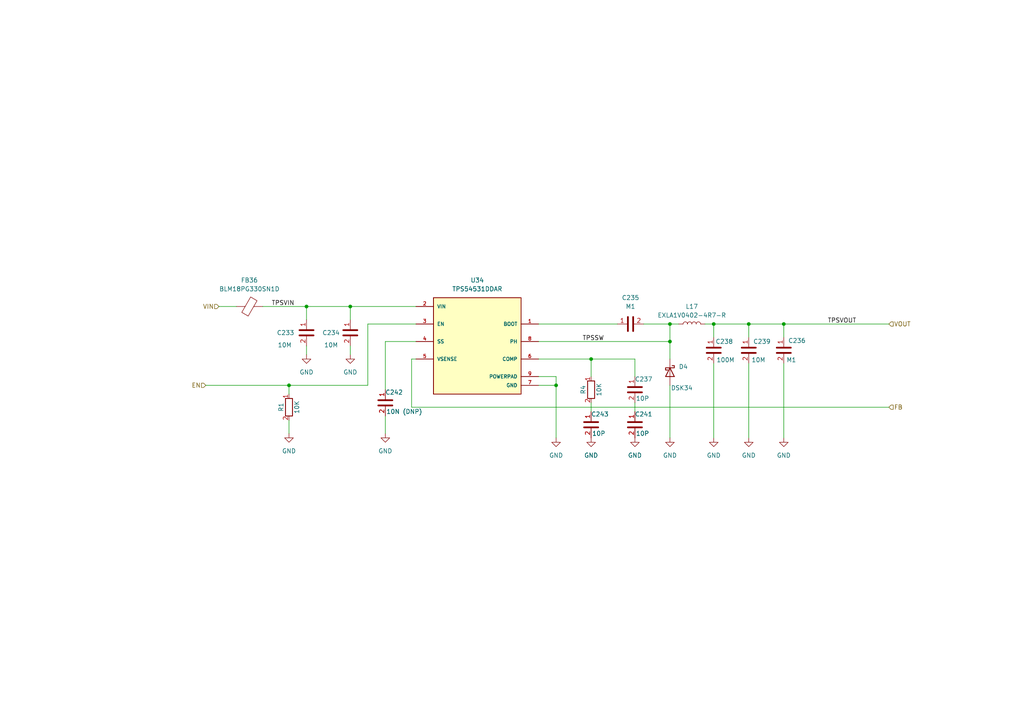
<source format=kicad_sch>
(kicad_sch (version 20250114) (generator "eeschema") (generator_version "9.0")
  (paper "A4")
  (title_block (title "TRNX SDR Carrier board") (date "2025-11-18") (rev "0.1") (company "Tronex s.r.o. / Tronex Group USA LLC"))
  (lib_symbols
    (symbol "Device:FerriteBead" (pin_numbers (hide yes)) (pin_names (offset 0))
      (property "Reference" "FB" (at -3.81 0.635 90))
      (property "Value" "FerriteBead" (at 3.81 0 90))
      (symbol "FerriteBead_0_1"
        (polyline (pts (xy -2.7686 0.4064) (xy -1.7018 2.2606) (xy 2.7686 -0.3048) (xy 1.6764 -2.159) (xy -2.7686 0.4064)))
        (polyline (pts (xy 0 1.27) (xy 0 1.2954)))
        (polyline (pts (xy 0 -1.27) (xy 0 -1.2192)))
      )
      (symbol "FerriteBead_1_1"
        (pin passive line (at 0 3.81 270) (length 2.54) (name "~") (number "1"))
        (pin passive line (at 0 -3.81 90) (length 2.54) (name "~") (number "2"))
      )
    )
    (symbol "Diode:CDBA340-HF" (pin_numbers (hide yes)) (pin_names (hide yes))
      (property "Reference" "D" (at 0 2.54 0))
      (property "Value" "CDBA340-HF" (at 0 -2.54 0))
      (symbol "CDBA340-HF_0_1"
        (polyline (pts (xy -1.905 0.635) (xy -1.905 1.27) (xy -1.27 1.27) (xy -1.27 -1.27) (xy -0.635 -1.27) (xy -0.635 -0.635)) (stroke (width 0.254)))
        (polyline (pts (xy 1.27 1.27) (xy 1.27 -1.27) (xy -1.27 0) (xy 1.27 1.27)) (stroke (width 0.254)))
        (polyline (pts (xy 1.27 0) (xy -1.27 0)))
      )
      (symbol "CDBA340-HF_1_1"
        (pin passive line (at -3.81 0 0) (length 2.54) (name "K") (number "1"))
        (pin passive line (at 3.81 0 180) (length 2.54) (name "A") (number "2"))
      )
    )
    (symbol "PPA-Pasive:Cap" (pin_names (offset 1.016))
      (property "Reference" "C" (at -5.08 0 0))
      (property "Value" "Cap" (at 5.08 -2.54 0))
      (symbol "Cap_1_1"
        (polyline (pts (xy -2.032 0.762) (xy 2.032 0.762)) (stroke (width 0.508)))
        (polyline (pts (xy -2.032 -0.762) (xy 2.032 -0.762)) (stroke (width 0.508)))
        (pin passive line (at 0 3.81 270) (length 2.794) (name "~") (number "1"))
        (pin passive line (at 0 -3.81 90) (length 2.794) (name "~") (number "2"))
      )
    )
    (symbol "PPA-Pasive:Ind" (pin_numbers (hide yes)) (pin_names (offset 1.016) (hide yes))
      (property "Reference" "L" (at 2.54 1.27 0))
      (property "Value" "Ind" (at 3.81 -1.27 0))
      (symbol "Ind_1_1"
        (arc (start 0 2.54) (mid 0.6323 1.905) (end 0 1.27))
        (arc (start 0 1.27) (mid 0.6323 0.635) (end 0 0))
        (arc (start 0 0) (mid 0.6323 -0.635) (end 0 -1.27))
        (arc (start 0 -1.27) (mid 0.6323 -1.905) (end 0 -2.54))
        (pin passive line (at 0 3.81 270) (length 1.27) (name "1") (number "1"))
        (pin passive line (at 0 -3.81 90) (length 1.27) (name "2") (number "2"))
      )
    )
    (symbol "PPA-Pasive:Res" (pin_names (offset 1.016))
      (property "Reference" "R" (at -2.54 2.54 0))
      (property "Value" "Res" (at -1.27 -2.54 0))
      (symbol "Res_1_1"
        (rectangle (start 2.54 -1.016) (end -2.54 1.016) (stroke (width 0.254)))
        (pin passive line (at -3.81 0 0) (length 1.27) (name "~") (number "1"))
        (pin passive line (at 3.81 0 180) (length 1.27) (name "~") (number "2"))
      )
    )
    (symbol "TPS54531DDAR:TPS54531DDAR" (pin_names (offset 1.016))
      (property "Reference" "U" (at -12.7 16.51 0))
      (property "Value" "TPS54531DDAR" (at -12.7 -13.97 0))
      (symbol "TPS54531DDAR_0_0"
        (rectangle (start -12.7 -12.7) (end 12.7 15.24) (stroke (width 0.254)) (fill (type background)))
        (pin power_in line (at -17.78 12.7 0) (length 5.08) (name "VIN") (number "2"))
        (pin input line (at -17.78 7.62 0) (length 5.08) (name "EN") (number "3"))
        (pin input line (at -17.78 2.54 0) (length 5.08) (name "SS") (number "4"))
        (pin input line (at -17.78 -2.54 0) (length 5.08) (name "VSENSE") (number "5"))
        (pin output line (at 17.78 7.62 180) (length 5.08) (name "BOOT") (number "1"))
        (pin output line (at 17.78 2.54 180) (length 5.08) (name "PH") (number "8"))
        (pin output line (at 17.78 -2.54 180) (length 5.08) (name "COMP") (number "6"))
        (pin power_in line (at 17.78 -7.62 180) (length 5.08) (name "POWERPAD") (number "9"))
        (pin power_in line (at 17.78 -10.16 180) (length 5.08) (name "GND") (number "7"))
      )
    )
    (symbol "power:GND" (power) (pin_names (offset 0))
      (property "Value" "GND" (at 0 -3.81 0))
      (symbol "GND_0_1"
        (polyline (pts (xy 0 0) (xy 0 -1.27) (xy 1.27 -1.27) (xy 0 -2.54) (xy -1.27 -1.27) (xy 0 -1.27)))
      )
      (symbol "GND_1_1"
        (pin power_in line (at 0 0 270) (length 0) (hide yes) (name "GND") (number "1"))
      )
    )
  )
  (junction (at 101.6 88.9))
  (junction (at 83.82 111.76))
  (junction (at 88.9 88.9))
  (junction (at 227.33 93.98))
  (junction (at 194.31 99.06))
  (junction (at 171.45 104.14))
  (junction (at 217.17 93.98))
  (junction (at 194.31 93.98))
  (junction (at 161.29 111.76))
  (junction (at 207.01 93.98))
  (wire (pts (xy 171.45 104.14) (xy 171.45 109.22)))
  (wire (pts (xy 207.01 105.41) (xy 207.01 127)))
  (wire (pts (xy 106.68 111.76) (xy 83.82 111.76)))
  (wire (pts (xy 161.29 109.22) (xy 156.21 109.22)))
  (wire (pts (xy 194.31 93.98) (xy 196.85 93.98)))
  (wire (pts (xy 111.76 99.06) (xy 120.65 99.06)))
  (wire (pts (xy 119.38 118.11) (xy 257.81 118.11)))
  (wire (pts (xy 76.2 88.9) (xy 88.9 88.9)))
  (wire (pts (xy 120.65 93.98) (xy 106.68 93.98)))
  (wire (pts (xy 186.69 93.98) (xy 194.31 93.98)))
  (wire (pts (xy 83.82 111.76) (xy 83.82 114.3)))
  (wire (pts (xy 119.38 118.11) (xy 119.38 104.14)))
  (wire (pts (xy 101.6 88.9) (xy 120.65 88.9)))
  (wire (pts (xy 63.5 88.9) (xy 68.58 88.9)))
  (wire (pts (xy 171.45 116.84) (xy 171.45 119.38)))
  (wire (pts (xy 88.9 88.9) (xy 88.9 92.71)))
  (wire (pts (xy 184.15 104.14) (xy 184.15 109.22)))
  (wire (pts (xy 227.33 127) (xy 227.33 105.41)))
  (wire (pts (xy 111.76 120.65) (xy 111.76 125.73)))
  (wire (pts (xy 194.31 111.76) (xy 194.31 127)))
  (wire (pts (xy 217.17 105.41) (xy 217.17 127)))
  (wire (pts (xy 217.17 93.98) (xy 217.17 97.79)))
  (wire (pts (xy 156.21 99.06) (xy 194.31 99.06)))
  (wire (pts (xy 156.21 93.98) (xy 179.07 93.98)))
  (wire (pts (xy 88.9 88.9) (xy 101.6 88.9)))
  (wire (pts (xy 161.29 127) (xy 161.29 111.76)))
  (wire (pts (xy 111.76 113.03) (xy 111.76 99.06)))
  (wire (pts (xy 207.01 93.98) (xy 207.01 97.79)))
  (wire (pts (xy 227.33 93.98) (xy 257.81 93.98)))
  (wire (pts (xy 83.82 121.92) (xy 83.82 125.73)))
  (wire (pts (xy 161.29 111.76) (xy 161.29 109.22)))
  (wire (pts (xy 101.6 100.33) (xy 101.6 102.87)))
  (wire (pts (xy 184.15 116.84) (xy 184.15 119.38)))
  (wire (pts (xy 156.21 111.76) (xy 161.29 111.76)))
  (wire (pts (xy 106.68 93.98) (xy 106.68 111.76)))
  (wire (pts (xy 156.21 104.14) (xy 171.45 104.14)))
  (wire (pts (xy 204.47 93.98) (xy 207.01 93.98)))
  (wire (pts (xy 227.33 93.98) (xy 227.33 97.79)))
  (wire (pts (xy 101.6 88.9) (xy 101.6 92.71)))
  (wire (pts (xy 194.31 99.06) (xy 194.31 104.14)))
  (wire (pts (xy 207.01 93.98) (xy 217.17 93.98)))
  (wire (pts (xy 88.9 100.33) (xy 88.9 102.87)))
  (wire (pts (xy 217.17 93.98) (xy 227.33 93.98)))
  (wire (pts (xy 194.31 99.06) (xy 194.31 93.98)))
  (wire (pts (xy 59.69 111.76) (xy 83.82 111.76)))
  (wire (pts (xy 119.38 104.14) (xy 120.65 104.14)))
  (wire (pts (xy 171.45 104.14) (xy 184.15 104.14)))
  (label "TPSSW" (at 168.91 99.06 0))
  (label "TPSVIN" (at 78.74 88.9 0))
  (label "TPSVOUT" (at 240.03 93.98 0))
  (hierarchical_label "EN" (shape input) (at 59.69 111.76 180))
  (hierarchical_label "VOUT" (shape input) (at 257.81 93.98 0))
  (hierarchical_label "VIN" (shape input) (at 63.5 88.9 180))
  (hierarchical_label "FB" (shape input) (at 257.81 118.11 0))
  (symbol (lib_id "PPA-Pasive:Res") (at 83.82 118.11 270) (unit 1)
    (property "Reference" "R91" (at 81.534 118.11 0))
    (property "Value" "10K" (at 86.106 118.11 0))
    (property "Footprint" "Resistor_SMD:R_0402_1005Metric" (effects (hide yes)))
    (property "Power" "250mW" (effects (hide yes)))
    (property "Tolerance" "=< 5%" (effects (hide yes)))
    (property "JLCPCB Part #" "C25744" (effects (hide yes)))
    (instances (project "TRX055.01.01.PB.00.00" (path "" (reference "R1") (unit 1)) (path "" (reference "R91") (unit 1))))
  )
  (symbol (lib_id "PPA-Pasive:Cap") (at 227.33 101.6 0) (unit 1)
    (property "Reference" "C258" (at 228.6 98.806 0) (effects (justify left)))
    (property "Value" "M1" (at 228.092 104.394 0) (effects (justify left)))
    (property "Footprint" "Capacitor_SMD:C_0201_0603Metric" (effects (hide yes)))
    (property "Description" "capacitor" (effects (hide yes)))
    (property "Voltage" "100V" (effects (hide yes)))
    (property "Material" "X7R" (effects (hide yes)))
    (property "PN" "CL03A104KP3NNNC" (effects (hide yes)))
    (property "JLC" "C49062" (effects (hide yes)))
    (property "JLCPCB Part #" "C1581" (effects (hide yes)))
    (instances (project "TRX055.01.01.PB.00.00" (path "" (reference "C236") (unit 1)) (path "" (reference "C258") (unit 1))))
  )
  (symbol (lib_id "power:GND") (at 88.9 102.87 0) (unit 1)
    (property "Reference" "#PWR0228" (effects (hide yes)))
    (property "Value" "GND" (at 88.9 107.95 0))
    (property "Description" "Power symbol creates a global label with name \"GND\" , ground" (effects (hide yes)))
    (instances (project "TRX055.01.01.PB.00.00" (path "" (reference "#PWR0341") (unit 1)) (path "" (reference "#PWR0228") (unit 1))))
  )
  (symbol (lib_id "PPA-Pasive:Cap") (at 184.15 113.03 0) (unit 1)
    (property "Reference" "C254" (at 184.15 109.982 0) (effects (justify left)))
    (property "Value" "10P" (at 184.404 115.57 0) (effects (justify left)))
    (property "Footprint" "Capacitor_SMD:C_0402_1005Metric" (effects (hide yes)))
    (property "Description" "capacitor" (effects (hide yes)))
    (property "Voltage" "100V" (effects (hide yes)))
    (property "Material" "X7R" (effects (hide yes)))
    (property "JLCPCB Part #" "C25744" (effects (hide yes)))
    (instances (project "TRX055.01.01.PB.00.00" (path "" (reference "C237") (unit 1)) (path "" (reference "C254") (unit 1))))
  )
  (symbol (lib_id "power:GND") (at 83.82 125.73 0) (unit 1)
    (property "Reference" "#PWR056" (effects (hide yes)))
    (property "Value" "GND" (at 83.82 130.81 0))
    (property "Description" "Power symbol creates a global label with name \"GND\" , ground" (effects (hide yes)))
    (instances (project "TRX055.01.01.PB.00.00" (path "" (reference "#PWR0227") (unit 1)) (path "" (reference "#PWR056") (unit 1))))
  )
  (symbol (lib_id "power:GND") (at 101.6 102.87 0) (unit 1)
    (property "Reference" "#PWR0363" (effects (hide yes)))
    (property "Value" "GND" (at 101.6 107.95 0))
    (property "Description" "Power symbol creates a global label with name \"GND\" , ground" (effects (hide yes)))
    (instances (project "TRX055.01.01.PB.00.00" (path "" (reference "#PWR0364") (unit 1)) (path "" (reference "#PWR0363") (unit 1))))
  )
  (symbol (lib_id "power:GND") (at 217.17 127 0) (unit 1)
    (property "Reference" "#PWR0370" (effects (hide yes)))
    (property "Value" "GND" (at 217.17 132.08 0))
    (property "Description" "Power symbol creates a global label with name \"GND\" , ground" (effects (hide yes)))
    (instances (project "TRX055.01.01.PB.00.00" (path "" (reference "#PWR0371") (unit 1)) (path "" (reference "#PWR0370") (unit 1))))
  )
  (symbol (lib_id "PPA-Pasive:Cap") (at 171.45 123.19 0) (unit 1)
    (property "Reference" "C252" (at 171.45 120.142 0) (effects (justify left)))
    (property "Value" "10P" (at 171.704 125.73 0) (effects (justify left)))
    (property "Footprint" "Capacitor_SMD:C_0402_1005Metric" (effects (hide yes)))
    (property "Description" "capacitor" (effects (hide yes)))
    (property "Voltage" "100V" (effects (hide yes)))
    (property "Material" "X7R" (effects (hide yes)))
    (property "JLCPCB Part #" "C25744" (effects (hide yes)))
    (instances (project "TRX055.01.01.PB.00.00" (path "" (reference "C243") (unit 1)) (path "" (reference "C252") (unit 1))))
  )
  (symbol (lib_id "power:GND") (at 184.15 127 0) (unit 1)
    (property "Reference" "#PWR0354" (effects (hide yes)))
    (property "Value" "GND" (at 184.15 132.08 0))
    (property "Description" "Power symbol creates a global label with name \"GND\" , ground" (effects (hide yes)))
    (instances (project "TRX055.01.01.PB.00.00" (path "" (reference "#PWR0365") (unit 1)) (path "" (reference "#PWR0354") (unit 1))))
  )
  (symbol (lib_id "TPS54531DDAR:TPS54531DDAR") (at 138.43 101.6 0) (unit 1)
    (property "Reference" "U7" (at 138.43 81.28 0))
    (property "Value" "TPS54531DDAR" (at 138.43 83.82 0))
    (property "Footprint" "TPS54531DDAR:CONV_TPS54531DDAR" (effects (hide yes)))
    (property "MF" "Texas Instruments" (effects (hide yes)))
    (property "MAXIMUM_PACKAGE_HEIGHT" "1.70 mm" (effects (hide yes)))
    (property "Package" "HSOIC-8 Texas Instruments" (effects (hide yes)))
    (property "Price" "None" (effects (hide yes)))
    (property "Check_prices" "https://www.snapeda.com/parts/TPS54531DDAR/Texas+Instruments/view-part/?ref=eda" (effects (hide yes)))
    (property "STANDARD" "Manufacturer Recommendations" (effects (hide yes)))
    (property "PARTREV" "A" (effects (hide yes)))
    (property "SnapEDA_Link" "https://www.snapeda.com/parts/TPS54531DDAR/Texas+Instruments/view-part/?ref=snap" (effects (hide yes)))
    (property "MP" "TPS54531DDAR" (effects (hide yes)))
    (property "Description_1" "3.5V to 28V Input, 5A, 570kHz Step-Down Converter with Eco-mode" (effects (hide yes)))
    (property "Availability" "In Stock" (effects (hide yes)))
    (property "MANUFACTURER" "Texas Instruments" (effects (hide yes)))
    (property "JLCPCB Part #" "C50605" (effects (hide yes)))
    (instances (project "" (path "" (reference "U34") (unit 1)) (path "" (reference "U7") (unit 1))))
  )
  (symbol (lib_id "power:GND") (at 227.33 127 0) (unit 1)
    (property "Reference" "#PWR0374" (effects (hide yes)))
    (property "Value" "GND" (at 227.33 132.08 0))
    (property "Description" "Power symbol creates a global label with name \"GND\" , ground" (effects (hide yes)))
    (instances (project "TRX055.01.01.PB.00.00" (path "" (reference "#PWR0375") (unit 1)) (path "" (reference "#PWR0374") (unit 1))))
  )
  (symbol (lib_id "power:GND") (at 171.45 127 0) (unit 1)
    (property "Reference" "#PWR0352" (effects (hide yes)))
    (property "Value" "GND" (at 171.45 132.08 0))
    (property "Description" "Power symbol creates a global label with name \"GND\" , ground" (effects (hide yes)))
    (instances (project "TRX055.01.01.PB.00.00" (path "" (reference "#PWR0353") (unit 1)) (path "" (reference "#PWR0352") (unit 1))))
  )
  (symbol (lib_id "power:GND") (at 207.01 127 0) (unit 1)
    (property "Reference" "#PWR0368" (effects (hide yes)))
    (property "Value" "GND" (at 207.01 132.08 0))
    (property "Description" "Power symbol creates a global label with name \"GND\" , ground" (effects (hide yes)))
    (instances (project "TRX055.01.01.PB.00.00" (path "" (reference "#PWR0369") (unit 1)) (path "" (reference "#PWR0368") (unit 1))))
  )
  (symbol (lib_id "power:GND") (at 194.31 127 0) (unit 1)
    (property "Reference" "#PWR0366" (effects (hide yes)))
    (property "Value" "GND" (at 194.31 132.08 0))
    (property "Description" "Power symbol creates a global label with name \"GND\" , ground" (effects (hide yes)))
    (instances (project "TRX055.01.01.PB.00.00" (path "" (reference "#PWR0367") (unit 1)) (path "" (reference "#PWR0366") (unit 1))))
  )
  (symbol (lib_id "Diode:CDBA340-HF") (at 194.31 107.95 270) (unit 1)
    (property "Reference" "D3" (at 196.85 106.3624 90) (effects (justify left)))
    (property "Value" "DSK34" (at 194.564 112.522 90) (effects (justify left)))
    (property "Footprint" "Diode_SMD:D_SOD-123F" (effects (hide yes)))
    (property "Datasheet" "https://www.comchiptech.com/admin/files/product/CDBA340-HF%20Thru193640.%20CDBA3100-HF%20RevB.pdf" (effects (hide yes)))
    (property "Description" "40V 3A Schottky Barrier Rectifier Diode, SMA(DO-214AC)" (effects (hide yes)))
    (property "JLCPCB Part #" " C727076" (effects (hide yes)))
    (instances (project "TRX055.01.01.PB.00.00" (path "" (reference "D4") (unit 1)) (path "" (reference "D3") (unit 1))))
  )
  (symbol (lib_id "PPA-Pasive:Ind") (at 200.66 93.98 90) (unit 1)
    (property "Reference" "L13" (at 200.66 88.9 90))
    (property "Value" "EXLA1V0402-4R7-R" (at 200.66 91.44 90))
    (property "Footprint" "foot-ppa-passive:EXLA1V04" (effects (hide yes)))
    (property "SFR" "10Mhz" (effects (hide yes)))
    (property "Ipeak" "3A" (effects (hide yes)))
    (property "Icont" "1A" (effects (hide yes)))
    (instances (project "" (path "" (reference "L17") (unit 1)) (path "" (reference "L13") (unit 1))))
  )
  (symbol (lib_id "PPA-Pasive:Cap") (at 88.9 96.52 0) (unit 1)
    (property "Reference" "C249" (at 80.264 96.52 0) (effects (justify left)))
    (property "Value" "10M" (at 80.518 100.076 0) (effects (justify left)))
    (property "Footprint" "Capacitor_SMD:C_0603_1608Metric" (effects (hide yes)))
    (property "Description" "capacitor" (effects (hide yes)))
    (property "Voltage" "100V" (effects (hide yes)))
    (property "Material" "X7R" (effects (hide yes)))
    (property "JLCPCB Part #" "C96446" (effects (hide yes)))
    (instances (project "TRX055.01.01.PB.00.00" (path "" (reference "C233") (unit 1)) (path "" (reference "C249") (unit 1))))
  )
  (symbol (lib_id "PPA-Pasive:Cap") (at 184.15 123.19 0) (unit 1)
    (property "Reference" "C255" (at 184.15 120.142 0) (effects (justify left)))
    (property "Value" "10P" (at 184.404 125.73 0) (effects (justify left)))
    (property "Footprint" "Capacitor_SMD:C_0402_1005Metric" (effects (hide yes)))
    (property "Description" "capacitor" (effects (hide yes)))
    (property "Voltage" "100V" (effects (hide yes)))
    (property "Material" "X7R" (effects (hide yes)))
    (property "JLCPCB Part #" "C25744" (effects (hide yes)))
    (instances (project "TRX055.01.01.PB.00.00" (path "" (reference "C241") (unit 1)) (path "" (reference "C255") (unit 1))))
  )
  (symbol (lib_id "PPA-Pasive:Cap") (at 217.17 101.6 0) (unit 1)
    (property "Reference" "C257" (at 218.44 99.06 0) (effects (justify left)))
    (property "Value" "10M" (at 217.932 104.394 0) (effects (justify left)))
    (property "Footprint" "Capacitor_SMD:C_0603_1608Metric" (effects (hide yes)))
    (property "Description" "capacitor" (effects (hide yes)))
    (property "Voltage" "100V" (effects (hide yes)))
    (property "Material" "X7R" (effects (hide yes)))
    (property "JLCPCB Part #" "C96446" (effects (hide yes)))
    (instances (project "TRX055.01.01.PB.00.00" (path "" (reference "C239") (unit 1)) (path "" (reference "C257") (unit 1))))
  )
  (symbol (lib_id "Device:FerriteBead") (at 72.39 88.9 90) (unit 1)
    (property "Reference" "FB39" (at 72.3392 81.28 90))
    (property "Value" "BLM18PG330SN1D" (at 72.3392 83.82 90))
    (property "Footprint" "Inductor_SMD:L_0603_1608Metric" (effects (hide yes)))
    (property "Description" "Ferrite bead" (effects (hide yes)))
    (property "JLCPCB Part #" "C88984" (effects (hide yes)))
    (instances (project "TRX055.01.01.PB.00.00" (path "" (reference "FB36") (unit 1)) (path "" (reference "FB39") (unit 1))))
  )
  (symbol (lib_id "PPA-Pasive:Res") (at 171.45 113.03 270) (unit 1)
    (property "Reference" "R92" (at 169.164 113.03 0))
    (property "Value" "10K" (at 173.736 113.03 0))
    (property "Footprint" "Resistor_SMD:R_0402_1005Metric" (effects (hide yes)))
    (property "Power" "250mW" (effects (hide yes)))
    (property "Tolerance" "=< 5%" (effects (hide yes)))
    (property "JLCPCB Part #" "C25744" (effects (hide yes)))
    (instances (project "TRX055.01.01.PB.00.00" (path "" (reference "R4") (unit 1)) (path "" (reference "R92") (unit 1))))
  )
  (symbol (lib_id "PPA-Pasive:Cap") (at 182.88 93.98 90) (unit 1)
    (property "Reference" "C253" (at 182.88 86.36 90))
    (property "Value" "M1" (at 182.88 88.9 90))
    (property "Footprint" "Capacitor_SMD:C_0201_0603Metric" (effects (hide yes)))
    (property "Description" "capacitor" (effects (hide yes)))
    (property "Voltage" "100V" (effects (hide yes)))
    (property "Material" "X7R" (effects (hide yes)))
    (property "PN" "CL03A104KP3NNNC" (effects (hide yes)))
    (property "JLC" "C49062" (effects (hide yes)))
    (property "JLCPCB Part #" "C1581" (effects (hide yes)))
    (instances (project "TRX055.01.01.PB.00.00" (path "" (reference "C235") (unit 1)) (path "" (reference "C253") (unit 1))))
  )
  (symbol (lib_id "PPA-Pasive:Cap") (at 101.6 96.52 0) (unit 1)
    (property "Reference" "C250" (at 93.472 96.52 0) (effects (justify left)))
    (property "Value" "10M" (at 93.98 100.076 0) (effects (justify left)))
    (property "Footprint" "Capacitor_SMD:C_0603_1608Metric" (effects (hide yes)))
    (property "Description" "capacitor" (effects (hide yes)))
    (property "Voltage" "100V" (effects (hide yes)))
    (property "Material" "X7R" (effects (hide yes)))
    (property "JLCPCB Part #" "C96446" (effects (hide yes)))
    (instances (project "TRX055.01.01.PB.00.00" (path "" (reference "C234") (unit 1)) (path "" (reference "C250") (unit 1))))
  )
  (symbol (lib_id "PPA-Pasive:Cap") (at 207.01 101.6 0) (unit 1)
    (property "Reference" "C256" (at 207.518 99.06 0) (effects (justify left)))
    (property "Value" "100M" (at 207.772 104.394 0) (effects (justify left)))
    (property "Footprint" "Capacitor_SMD:C_1206_3216Metric" (effects (hide yes)))
    (property "Description" "capacitor" (effects (hide yes)))
    (property "Voltage" "100V" (effects (hide yes)))
    (property "Material" "X5R" (effects (hide yes)))
    (property "JLCPCB Part #" "C15008" (effects (hide yes)))
    (instances (project "TRX055.01.01.PB.00.00" (path "" (reference "C238") (unit 1)) (path "" (reference "C256") (unit 1))))
  )
  (symbol (lib_id "PPA-Pasive:Cap") (at 111.76 116.84 0) (unit 1)
    (property "Reference" "C251" (at 111.76 113.792 0) (effects (justify left)))
    (property "Value" "10N (DNP)" (at 112.014 119.38 0) (effects (justify left)))
    (property "Footprint" "Capacitor_SMD:C_0402_1005Metric" (effects (hide yes)))
    (property "Description" "capacitor" (effects (hide yes)))
    (property "Voltage" "100V" (effects (hide yes)))
    (property "Material" "X7R" (effects (hide yes)))
    (property "JLCPCB Part #" "C25744" (effects (hide yes)))
    (instances (project "TRX055.01.01.PB.00.00" (path "" (reference "C242") (unit 1)) (path "" (reference "C251") (unit 1))))
  )
  (symbol (lib_id "power:GND") (at 111.76 125.73 0) (unit 1)
    (property "Reference" "#PWR0342" (effects (hide yes)))
    (property "Value" "GND" (at 111.76 130.81 0))
    (property "Description" "Power symbol creates a global label with name \"GND\" , ground" (effects (hide yes)))
    (instances (project "TRX055.01.01.PB.00.00" (path "" (reference "#PWR0347") (unit 1)) (path "" (reference "#PWR0342") (unit 1))))
  )
  (symbol (lib_id "power:GND") (at 161.29 127 0) (unit 1)
    (property "Reference" "#PWR0348" (effects (hide yes)))
    (property "Value" "GND" (at 161.29 132.08 0))
    (property "Description" "Power symbol creates a global label with name \"GND\" , ground" (effects (hide yes)))
    (instances (project "TRX055.01.01.PB.00.00" (path "" (reference "#PWR0349") (unit 1)) (path "" (reference "#PWR0348") (unit 1))))
  )
)
</source>
